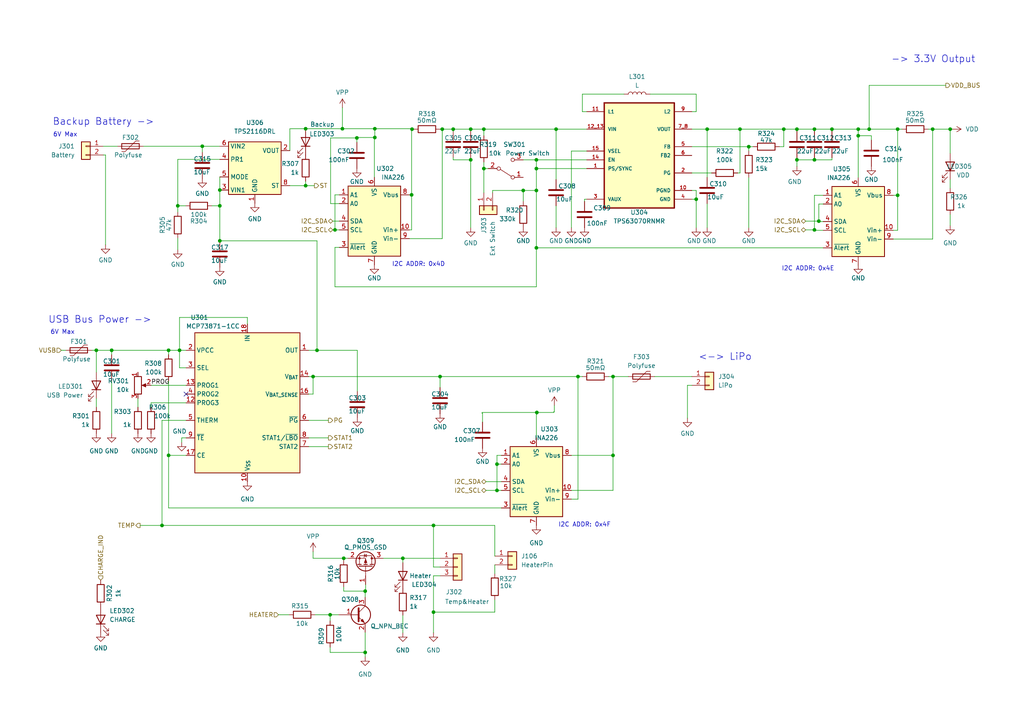
<source format=kicad_sch>
(kicad_sch (version 20231120) (generator "eeschema") (generator_version "8.0")
  (paper "A4")
  (lib_symbols
    (symbol "Battery_Management:MCP73871-1CC"
      (property "Reference" "U" (at -7.62 24.13 0))
      (property "Value" "MCP73871-1CC" (at -15.24 21.59 0))
      (symbol "MCP73871-1CC_1_1"
        (pin power_out line (at 17.78 15.24 180) (length 2.54) (name "OUT") (number "1"))
        (pin power_in line (at 0 -22.86 90) (length 2.54) (name "V_{SS}") (number "10"))
        (pin passive line (at 0 -22.86 90) (length 2.54) hide (name "V_{SS}") (number "11"))
        (pin bidirectional line (at -17.78 0 0) (length 2.54) (name "PROG3") (number "12"))
        (pin bidirectional line (at -17.78 5.08 0) (length 2.54) (name "PROG1") (number "13"))
        (pin power_out line (at 17.78 7.62 180) (length 2.54) (name "V_{BAT}") (number "14"))
        (pin passive line (at 17.78 7.62 180) (length 2.54) hide (name "V_{BAT}") (number "15"))
        (pin input line (at 17.78 2.54 180) (length 2.54) (name "V_{BAT_SENSE}") (number "16"))
        (pin input line (at -17.78 -15.24 0) (length 2.54) (name "CE") (number "17"))
        (pin power_in line (at 0 22.86 270) (length 2.54) (name "IN") (number "18"))
        (pin passive line (at 0 22.86 270) (length 2.54) hide (name "IN") (number "19"))
        (pin input line (at -17.78 15.24 0) (length 2.54) (name "VPCC") (number "2"))
        (pin passive line (at 17.78 15.24 180) (length 2.54) hide (name "OUT") (number "20"))
        (pin passive line (at 0 -22.86 90) (length 2.54) hide (name "V_{SS}") (number "21"))
        (pin input line (at -17.78 10.16 0) (length 2.54) (name "SEL") (number "3"))
        (pin input line (at -17.78 2.54 0) (length 2.54) (name "PROG2") (number "4"))
        (pin bidirectional line (at -17.78 -5.08 0) (length 2.54) (name "THERM") (number "5"))
        (pin open_collector line (at 17.78 -5.08 180) (length 2.54) (name "~{PG}") (number "6"))
        (pin open_collector line (at 17.78 -12.7 180) (length 2.54) (name "STAT2") (number "7"))
        (pin open_collector line (at 17.78 -10.16 180) (length 2.54) (name "STAT1/~{LBO}") (number "8"))
        (pin input line (at -17.78 -10.16 0) (length 2.54) (name "~{TE}") (number "9"))
      )
    )
    (symbol "Connector_Generic:Conn_01x02" (pin_names (offset 1.016) hide)
      (property "Reference" "J" (at 0 2.54 0))
      (property "Value" "Conn_01x02" (at 0 -5.08 0))
      (symbol "Conn_01x02_1_1"
        (pin passive line (at -5.08 0 0) (length 3.81) (name "Pin_1") (number "1"))
        (pin passive line (at -5.08 -2.54 0) (length 3.81) (name "Pin_2") (number "2"))
      )
    )
    (symbol "Connector_Generic:Conn_01x03" (pin_names (offset 1.016) hide)
      (property "Reference" "J" (at 0 5.08 0))
      (property "Value" "Conn_01x03" (at 0 -5.08 0))
      (symbol "Conn_01x03_1_1"
        (pin passive line (at -5.08 2.54 0) (length 3.81) (name "Pin_1") (number "1"))
        (pin passive line (at -5.08 0 0) (length 3.81) (name "Pin_2") (number "2"))
        (pin passive line (at -5.08 -2.54 0) (length 3.81) (name "Pin_3") (number "3"))
      )
    )
    (symbol "Device:C" (pin_numbers hide) (pin_names (offset 0.254))
      (property "Reference" "C" (at 0.635 2.54 0))
      (property "Value" "C" (at 0.635 -2.54 0))
      (symbol "C_1_1"
        (pin passive line (at 0 3.81 270) (length 2.794) (name "~") (number "1"))
        (pin passive line (at 0 -3.81 90) (length 2.794) (name "~") (number "2"))
      )
    )
    (symbol "Device:L" (pin_numbers hide) (pin_names (offset 1.016) hide)
      (property "Reference" "L" (at -1.27 0 90))
      (property "Value" "L" (at 1.905 0 90))
      (symbol "L_1_1"
        (pin passive line (at 0 3.81 270) (length 1.27) (name "1") (number "1"))
        (pin passive line (at 0 -3.81 90) (length 1.27) (name "2") (number "2"))
      )
    )
    (symbol "Device:LED" (pin_numbers hide) (pin_names (offset 1.016) hide)
      (property "Reference" "D" (at 0 2.54 0))
      (property "Value" "LED" (at 0 -2.54 0))
      (symbol "LED_1_1"
        (pin passive line (at -3.81 0 0) (length 2.54) (name "K") (number "1"))
        (pin passive line (at 3.81 0 180) (length 2.54) (name "A") (number "2"))
      )
    )
    (symbol "Device:Polyfuse" (pin_numbers hide) (pin_names (offset 0))
      (property "Reference" "F" (at -2.54 0 90))
      (property "Value" "Polyfuse" (at 2.54 0 90))
      (symbol "Polyfuse_1_1"
        (pin passive line (at 0 3.81 270) (length 1.27) (name "~") (number "1"))
        (pin passive line (at 0 -3.81 90) (length 1.27) (name "~") (number "2"))
      )
    )
    (symbol "Device:Q_NPN_BEC" (pin_names (offset 0) hide)
      (property "Reference" "Q" (at 5.08 1.27 0))
      (property "Value" "Q_NPN_BEC" (at 5.08 -1.27 0))
      (symbol "Q_NPN_BEC_1_1"
        (pin input line (at -5.08 0 0) (length 5.715) (name "B") (number "1"))
        (pin passive line (at 2.54 -5.08 90) (length 2.54) (name "E") (number "2"))
        (pin passive line (at 2.54 5.08 270) (length 2.54) (name "C") (number "3"))
      )
    )
    (symbol "Device:Q_PMOS_GSD" (pin_names (offset 0) hide)
      (property "Reference" "Q" (at 5.08 1.27 0))
      (property "Value" "Q_PMOS_GSD" (at 5.08 -1.27 0))
      (symbol "Q_PMOS_GSD_1_1"
        (pin input line (at -5.08 0 0) (length 2.54) (name "G") (number "1"))
        (pin passive line (at 2.54 -5.08 90) (length 2.54) (name "S") (number "2"))
        (pin passive line (at 2.54 5.08 270) (length 2.54) (name "D") (number "3"))
      )
    )
    (symbol "Device:R" (pin_numbers hide) (pin_names (offset 0))
      (property "Reference" "R" (at 2.032 0 90))
      (property "Value" "R" (at 0 0 90))
      (symbol "R_1_1"
        (pin passive line (at 0 3.81 270) (length 1.27) (name "~") (number "1"))
        (pin passive line (at 0 -3.81 90) (length 1.27) (name "~") (number "2"))
      )
    )
    (symbol "Device:R_Potentiometer" (pin_names (offset 1.016) hide)
      (property "Reference" "RV" (at -4.445 0 90))
      (property "Value" "R_Potentiometer" (at -2.54 0 90))
      (symbol "R_Potentiometer_1_1"
        (pin passive line (at 0 3.81 270) (length 1.27) (name "1") (number "1"))
        (pin passive line (at 3.81 0 180) (length 1.27) (name "2") (number "2"))
        (pin passive line (at 0 -3.81 90) (length 1.27) (name "3") (number "3"))
      )
    )
    (symbol "GND_1" (power) (pin_numbers hide) (pin_names (offset 0) hide)
      (property "Value" "GND" (at 0 -3.81 0))
      (symbol "GND_1_1_1"
        (pin power_in line (at 0 0 270) (length 0) (name "~") (number "1"))
      )
    )
    (symbol "GND_2" (power) (pin_numbers hide) (pin_names (offset 0) hide)
      (property "Value" "GND" (at 0 -3.81 0))
      (symbol "GND_2_1_1"
        (pin power_in line (at 0 0 270) (length 0) (name "~") (number "1"))
      )
    )
    (symbol "Power_Management:TPS2116DRL"
      (property "Reference" "U306" (at 0 13.208 0))
      (property "Value" "TPS2116DRL" (at 0 10.668 0))
      (symbol "TPS2116DRL_1_0"
        (pin power_out line (at 10.16 5.08 180) (length 2.54) hide (name "VOUT") (number "7"))
      )
      (symbol "TPS2116DRL_1_1"
        (pin power_in line (at 0 -10.16 90) (length 2.54) (name "GND") (number "1"))
        (pin power_out line (at 10.16 5.08 180) (length 2.54) (name "VOUT") (number "2"))
        (pin power_in line (at -10.16 -6.35 0) (length 2.54) (name "VIN1") (number "3"))
        (pin input line (at -10.16 2.54 0) (length 2.54) (name "PR1") (number "4"))
        (pin input line (at -10.16 -2.54 0) (length 2.54) (name "MODE") (number "5"))
        (pin power_in line (at -10.16 6.35 0) (length 2.54) (name "VIN2") (number "6"))
        (pin open_collector line (at 10.16 -5.08 180) (length 2.54) (name "ST") (number "8"))
      )
    )
    (symbol "Sensor_Energy:INA226"
      (property "Reference" "U" (at -6.35 11.43 0))
      (property "Value" "INA226" (at 3.81 11.43 0))
      (symbol "INA226_1_1"
        (pin input line (at 10.16 7.62 180) (length 2.54) (name "A1") (number "1"))
        (pin input line (at -10.16 -2.54 0) (length 2.54) (name "Vin+") (number "10"))
        (pin input line (at 10.16 5.08 180) (length 2.54) (name "A0") (number "2"))
        (pin open_collector line (at 10.16 -7.62 180) (length 2.54) (name "~{Alert}") (number "3"))
        (pin bidirectional line (at 10.16 0 180) (length 2.54) (name "SDA") (number "4"))
        (pin input line (at 10.16 -2.54 180) (length 2.54) (name "SCL") (number "5"))
        (pin power_in line (at 0 12.7 270) (length 2.54) (name "VS") (number "6"))
        (pin power_in line (at 0 -12.7 90) (length 2.54) (name "GND") (number "7"))
        (pin input line (at -10.16 7.62 0) (length 2.54) (name "Vbus") (number "8"))
        (pin input line (at -10.16 -5.08 0) (length 2.54) (name "Vin-") (number "9"))
      )
    )
    (symbol "Switch:SW_SPDT" (pin_names (offset 0) hide)
      (property "Reference" "SW" (at 0 4.318 0))
      (property "Value" "SW_SPDT" (at 0 -5.08 0))
      (symbol "SW_SPDT_1_1"
        (pin passive line (at 5.08 2.54 180) (length 2.54) (name "A") (number "1"))
        (pin passive line (at -5.08 0 0) (length 2.54) (name "B") (number "2"))
        (pin passive line (at 5.08 -2.54 180) (length 2.54) (name "C") (number "3"))
      )
    )
    (symbol "WOBCLibrary:TPS63070RNMR" (pin_names (offset 1.016))
      (property "Reference" "U" (at -12.7 29.21 0))
      (property "Value" "TPS63070RNMR" (at -12.7 -19.24 0))
      (symbol "TPS63070RNMR_0_0"
        (pin input line (at -15.24 -3.81 0) (length 5.08) (name "PS/SYNC") (number "1"))
        (pin power_in line (at 15.24 -10.16 180) (length 5.08) (name "PGND") (number "10"))
        (pin bidirectional line (at -15.24 12.7 0) (length 5.08) (name "L1") (number "11"))
        (pin input line (at -15.24 7.62 0) (length 5.08) (name "VIN") (number "12_13"))
        (pin input line (at -15.24 -1.27 0) (length 5.08) (name "EN") (number "14"))
        (pin input line (at -15.24 1.27 0) (length 5.08) (name "VSEL") (number "15"))
        (pin output line (at 15.24 -5.08 180) (length 5.08) (name "PG") (number "2"))
        (pin output line (at -15.24 -12.7 0) (length 5.08) (name "VAUX") (number "3"))
        (pin power_in line (at 15.24 -12.7 180) (length 5.08) (name "GND") (number "4"))
        (pin input line (at 15.24 2.54 180) (length 5.08) (name "FB") (number "5"))
        (pin output line (at 15.24 0 180) (length 5.08) (name "FB2") (number "6"))
        (pin output line (at 15.24 7.62 180) (length 5.08) (name "VOUT") (number "7_8"))
        (pin bidirectional line (at 15.24 12.7 180) (length 5.08) (name "L2") (number "9"))
      )
    )
    (symbol "power:GND" (power) (pin_names (offset 0))
      (property "Value" "GND" (at 0 -3.81 0))
      (symbol "GND_1_1"
        (pin power_in line (at 0 0 270) (length 0) hide (name "GND") (number "1"))
      )
    )
    (symbol "power:VDD" (power) (pin_names (offset 0))
      (property "Value" "VDD" (at 0 3.81 0))
      (symbol "VDD_1_1"
        (pin power_in line (at 0 0 90) (length 0) hide (name "VDD") (number "1"))
      )
    )
    (symbol "power:VPP" (power) (pin_names (offset 0))
      (property "Value" "VPP" (at 0 3.81 0))
      (symbol "VPP_1_1"
        (pin power_in line (at 0 0 90) (length 0) hide (name "VPP") (number "1"))
      )
    )
  )
  (junction (at 108.712 37.338))
  (junction (at 260.35 56.642))
  (junction (at 214.63 37.465))
  (junction (at 63.754 69.85))
  (junction (at 105.918 189.23))
  (junction (at 119.507 37.465))
  (junction (at 248.92 37.465))
  (junction (at 231.14 46.355))
  (junction (at 125.73 177.546))
  (junction (at 125.73 152.4))
  (junction (at 155.575 48.895))
  (junction (at 237.49 64.135))
  (junction (at 227.33 37.465))
  (junction (at 88.646 37.338))
  (junction (at 201.93 57.785))
  (junction (at 217.17 42.545))
  (junction (at 131.445 37.465))
  (junction (at 119.38 56.515))
  (junction (at 236.22 46.355))
  (junction (at 128.27 37.465))
  (junction (at 32.385 101.6))
  (junction (at 236.22 66.675))
  (junction (at 27.94 101.6))
  (junction (at 88.646 53.848))
  (junction (at 161.29 37.465))
  (junction (at 252.095 37.465))
  (junction (at 151.765 55.245))
  (junction (at 144.145 142.24))
  (junction (at 108.712 39.878))
  (junction (at 90.805 109.22))
  (junction (at 99.695 161.925))
  (junction (at 231.14 37.465))
  (junction (at 167.64 109.22))
  (junction (at 51.562 59.69))
  (junction (at 91.948 101.6))
  (junction (at 236.22 37.465))
  (junction (at 127.635 109.22))
  (junction (at 155.575 71.882))
  (junction (at 260.35 37.465))
  (junction (at 97.155 66.675))
  (junction (at 155.702 119.634))
  (junction (at 140.335 37.465))
  (junction (at 95.758 178.308))
  (junction (at 140.335 48.895))
  (junction (at 144.145 134.62))
  (junction (at 270.51 37.465))
  (junction (at 103.505 40.005))
  (junction (at 105.918 171.45))
  (junction (at 116.84 161.925))
  (junction (at 52.07 101.6))
  (junction (at 48.895 132.08))
  (junction (at 177.8 132.08))
  (junction (at 46.99 152.4))
  (junction (at 275.59 37.465))
  (junction (at 63.754 55.118))
  (junction (at 241.3 37.465))
  (junction (at 136.525 37.465))
  (junction (at 205.105 37.465))
  (junction (at 155.575 46.355))
  (junction (at 136.525 46.355))
  (junction (at 63.754 59.69))
  (junction (at 155.575 55.245))
  (junction (at 99.314 37.338))
  (junction (at 48.895 101.6))
  (junction (at 248.92 39.37))
  (junction (at 58.674 42.418))
  (junction (at 177.8 109.22))
  (no_connect (at 53.975 114.3))
  (wire (pts (xy 142.875 55.245) (xy 151.765 55.245)))
  (wire (pts (xy 199.39 111.76) (xy 200.66 111.76)))
  (wire (pts (xy 217.17 42.545) (xy 218.44 42.545)))
  (wire (pts (xy 98.425 71.755) (xy 97.155 71.755)))
  (wire (pts (xy 51.562 59.69) (xy 51.562 61.468)))
  (wire (pts (xy 259.08 56.642) (xy 260.35 56.642)))
  (wire (pts (xy 89.535 127) (xy 95.25 127)))
  (wire (pts (xy 88.646 53.848) (xy 84.074 53.848)))
  (wire (pts (xy 270.51 37.465) (xy 275.59 37.465)))
  (wire (pts (xy 199.39 121.285) (xy 199.39 111.76)))
  (wire (pts (xy 161.29 37.465) (xy 170.18 37.465)))
  (wire (pts (xy 95.758 178.308) (xy 98.298 178.308)))
  (wire (pts (xy 236.22 45.72) (xy 236.22 46.355)))
  (wire (pts (xy 236.22 37.465) (xy 241.3 37.465)))
  (wire (pts (xy 144.145 134.62) (xy 144.145 132.08)))
  (wire (pts (xy 189.865 109.22) (xy 200.66 109.22)))
  (wire (pts (xy 217.17 43.815) (xy 217.17 42.545)))
  (wire (pts (xy 206.375 50.165) (xy 200.66 50.165)))
  (wire (pts (xy 168.91 32.385) (xy 170.18 32.385)))
  (wire (pts (xy 140.335 37.465) (xy 161.29 37.465)))
  (wire (pts (xy 105.918 171.45) (xy 106.045 171.45)))
  (wire (pts (xy 248.92 39.37) (xy 248.92 51.562)))
  (wire (pts (xy 201.93 27.305) (xy 201.93 32.385)))
  (wire (pts (xy 105.918 190.5) (xy 105.918 189.23)))
  (wire (pts (xy 95.885 59.055) (xy 95.885 40.005)))
  (wire (pts (xy 43.815 118.11) (xy 43.815 116.84)))
  (wire (pts (xy 155.575 48.895) (xy 155.575 55.245)))
  (wire (pts (xy 84.074 37.338) (xy 88.646 37.338)))
  (wire (pts (xy 160.655 119.38) (xy 160.655 119.634)))
  (wire (pts (xy 17.78 101.6) (xy 19.05 101.6)))
  (wire (pts (xy 48.895 132.08) (xy 48.895 147.32)))
  (wire (pts (xy 155.702 119.634) (xy 155.702 120.142)))
  (wire (pts (xy 29.972 44.958) (xy 30.607 44.958)))
  (wire (pts (xy 176.53 109.22) (xy 177.8 109.22)))
  (wire (pts (xy 252.73 39.37) (xy 248.92 39.37)))
  (wire (pts (xy 98.425 56.515) (xy 97.155 56.515)))
  (wire (pts (xy 136.525 45.72) (xy 136.525 46.355)))
  (wire (pts (xy 201.93 57.785) (xy 200.66 57.785)))
  (wire (pts (xy 236.22 46.355) (xy 231.14 46.355)))
  (wire (pts (xy 58.674 42.418) (xy 63.754 42.418)))
  (wire (pts (xy 143.51 152.4) (xy 143.51 161.29)))
  (wire (pts (xy 48.895 101.6) (xy 48.895 102.87)))
  (wire (pts (xy 108.712 37.338) (xy 119.507 37.338)))
  (wire (pts (xy 139.827 119.888) (xy 139.827 119.634)))
  (wire (pts (xy 131.445 45.72) (xy 131.445 46.355)))
  (wire (pts (xy 105.918 189.23) (xy 105.918 183.388)))
  (wire (pts (xy 248.92 76.962) (xy 248.92 76.835)))
  (wire (pts (xy 252.095 37.465) (xy 260.35 37.465)))
  (wire (pts (xy 41.656 42.418) (xy 58.674 42.418)))
  (wire (pts (xy 260.35 37.465) (xy 261.62 37.465)))
  (wire (pts (xy 95.758 180.086) (xy 95.758 178.308)))
  (wire (pts (xy 236.22 66.802) (xy 238.76 66.802)))
  (wire (pts (xy 142.875 55.88) (xy 142.875 55.245)))
  (wire (pts (xy 143.51 163.83) (xy 143.51 166.37)))
  (wire (pts (xy 160.782 119.38) (xy 160.782 117.602)))
  (wire (pts (xy 99.314 31.242) (xy 99.314 37.338)))
  (wire (pts (xy 260.35 37.465) (xy 260.35 56.642)))
  (wire (pts (xy 155.575 71.882) (xy 238.76 71.882)))
  (wire (pts (xy 90.805 114.3) (xy 90.805 109.22)))
  (wire (pts (xy 88.646 53.848) (xy 88.646 52.578)))
  (wire (pts (xy 177.8 132.08) (xy 177.8 109.22)))
  (wire (pts (xy 53.975 121.92) (xy 46.99 121.92)))
  (wire (pts (xy 63.754 46.228) (xy 51.562 46.228)))
  (wire (pts (xy 32.385 110.49) (xy 32.385 125.73)))
  (wire (pts (xy 98.425 59.055) (xy 95.885 59.055)))
  (wire (pts (xy 63.754 69.85) (xy 63.754 59.69)))
  (wire (pts (xy 241.3 46.355) (xy 236.22 46.355)))
  (wire (pts (xy 99.314 37.338) (xy 108.712 37.338)))
  (wire (pts (xy 139.827 119.888) (xy 139.954 119.888)))
  (wire (pts (xy 217.17 51.435) (xy 217.17 66.04)))
  (wire (pts (xy 275.59 65.405) (xy 275.59 62.23)))
  (wire (pts (xy 140.97 139.7) (xy 145.415 139.7)))
  (wire (pts (xy 131.445 37.465) (xy 131.445 38.1)))
  (wire (pts (xy 97.155 71.755) (xy 97.155 83.185)))
  (wire (pts (xy 108.712 37.338) (xy 108.712 39.878)))
  (wire (pts (xy 80.772 178.308) (xy 83.82 178.308)))
  (wire (pts (xy 136.525 37.465) (xy 140.335 37.465)))
  (wire (pts (xy 63.754 51.308) (xy 63.754 55.118)))
  (wire (pts (xy 200.66 37.465) (xy 205.105 37.465)))
  (wire (pts (xy 106.045 171.45) (xy 106.045 169.545)))
  (wire (pts (xy 90.805 109.22) (xy 127.635 109.22)))
  (wire (pts (xy 165.735 144.78) (xy 167.64 144.78)))
  (wire (pts (xy 97.155 56.515) (xy 97.155 66.675)))
  (wire (pts (xy 140.335 37.465) (xy 140.335 39.37)))
  (wire (pts (xy 127.635 109.22) (xy 127.635 112.395)))
  (wire (pts (xy 205.105 66.04) (xy 205.105 59.055)))
  (wire (pts (xy 252.73 40.64) (xy 252.73 39.37)))
  (wire (pts (xy 236.22 56.642) (xy 236.22 66.675)))
  (wire (pts (xy 233.68 66.675) (xy 236.22 66.675)))
  (wire (pts (xy 227.33 37.465) (xy 231.14 37.465)))
  (wire (pts (xy 51.562 46.228) (xy 51.562 59.69)))
  (wire (pts (xy 136.525 46.355) (xy 136.525 66.04)))
  (wire (pts (xy 127.635 37.465) (xy 128.27 37.465)))
  (wire (pts (xy 27.94 118.11) (xy 27.94 115.57)))
  (wire (pts (xy 51.562 69.088) (xy 51.562 72.39)))
  (wire (pts (xy 236.22 66.802) (xy 236.22 66.675)))
  (wire (pts (xy 169.545 58.42) (xy 169.545 57.785)))
  (wire (pts (xy 58.674 42.418) (xy 58.674 44.196)))
  (wire (pts (xy 91.44 178.308) (xy 95.758 178.308)))
  (wire (pts (xy 108.712 40.259) (xy 108.585 40.259)))
  (wire (pts (xy 167.64 109.22) (xy 168.91 109.22)))
  (wire (pts (xy 116.84 161.925) (xy 127.635 161.925)))
  (wire (pts (xy 108.585 40.259) (xy 108.585 51.435)))
  (wire (pts (xy 103.505 41.275) (xy 103.505 40.005)))
  (wire (pts (xy 144.145 134.62) (xy 144.145 142.24)))
  (wire (pts (xy 131.445 37.465) (xy 136.525 37.465)))
  (wire (pts (xy 140.97 142.24) (xy 144.145 142.24)))
  (wire (pts (xy 88.646 37.338) (xy 99.314 37.338)))
  (wire (pts (xy 26.67 101.6) (xy 27.94 101.6)))
  (wire (pts (xy 241.3 37.465) (xy 241.3 38.1)))
  (wire (pts (xy 248.92 37.465) (xy 248.92 39.37)))
  (wire (pts (xy 168.91 27.305) (xy 168.91 32.385)))
  (wire (pts (xy 145.415 134.62) (xy 144.145 134.62)))
  (wire (pts (xy 140.335 48.895) (xy 140.335 55.88)))
  (wire (pts (xy 275.59 37.465) (xy 276.225 37.465)))
  (wire (pts (xy 91.948 101.6) (xy 103.632 101.6)))
  (wire (pts (xy 155.575 46.355) (xy 170.18 46.355)))
  (wire (pts (xy 99.695 170.18) (xy 99.695 171.45)))
  (wire (pts (xy 201.93 32.385) (xy 200.66 32.385)))
  (wire (pts (xy 96.52 64.135) (xy 98.425 64.135)))
  (wire (pts (xy 241.3 45.72) (xy 241.3 46.355)))
  (wire (pts (xy 248.92 37.465) (xy 252.095 37.465)))
  (wire (pts (xy 167.64 109.22) (xy 167.64 144.78)))
  (wire (pts (xy 136.525 37.465) (xy 136.525 38.1)))
  (wire (pts (xy 71.755 92.075) (xy 71.755 93.98)))
  (wire (pts (xy 51.562 59.69) (xy 53.848 59.69)))
  (wire (pts (xy 274.32 24.765) (xy 252.095 24.765)))
  (wire (pts (xy 46.99 152.4) (xy 125.73 152.4)))
  (wire (pts (xy 52.07 101.6) (xy 53.975 101.6)))
  (wire (pts (xy 32.385 101.6) (xy 32.385 102.87)))
  (wire (pts (xy 214.63 37.465) (xy 227.33 37.465)))
  (wire (pts (xy 84.074 43.688) (xy 84.074 37.338)))
  (wire (pts (xy 170.18 43.815) (xy 165.735 43.815)))
  (wire (pts (xy 116.84 183.515) (xy 116.84 178.435)))
  (wire (pts (xy 52.07 106.68) (xy 52.07 101.6)))
  (wire (pts (xy 259.08 66.802) (xy 260.35 66.802)))
  (wire (pts (xy 165.735 132.08) (xy 177.8 132.08)))
  (wire (pts (xy 52.705 128.27) (xy 52.705 127)))
  (wire (pts (xy 95.25 129.54) (xy 89.535 129.54)))
  (wire (pts (xy 231.14 46.355) (xy 231.14 45.72)))
  (wire (pts (xy 237.49 59.182) (xy 237.49 64.135)))
  (wire (pts (xy 155.575 120.142) (xy 155.575 127)))
  (wire (pts (xy 108.712 39.878) (xy 108.712 40.259)))
  (wire (pts (xy 127.635 164.465) (xy 125.73 164.465)))
  (wire (pts (xy 177.8 109.22) (xy 182.245 109.22)))
  (wire (pts (xy 103.505 39.878) (xy 103.505 40.005)))
  (wire (pts (xy 260.35 66.802) (xy 260.35 56.642)))
  (wire (pts (xy 91.186 53.848) (xy 88.646 53.848)))
  (wire (pts (xy 95.885 40.005) (xy 103.505 40.005)))
  (wire (pts (xy 95.758 189.23) (xy 105.918 189.23)))
  (wire (pts (xy 118.745 56.515) (xy 119.38 56.515)))
  (wire (pts (xy 140.335 46.99) (xy 140.335 48.895)))
  (wire (pts (xy 213.995 50.165) (xy 214.63 50.165)))
  (wire (pts (xy 201.93 57.785) (xy 201.93 66.04)))
  (wire (pts (xy 90.805 160.02) (xy 90.805 161.925)))
  (wire (pts (xy 200.66 42.545) (xy 217.17 42.545)))
  (wire (pts (xy 119.38 37.465) (xy 119.38 56.515)))
  (wire (pts (xy 125.73 167.005) (xy 127.635 167.005)))
  (wire (pts (xy 226.06 42.545) (xy 227.33 42.545)))
  (wire (pts (xy 139.827 119.634) (xy 155.702 119.634)))
  (wire (pts (xy 151.765 46.355) (xy 155.575 46.355)))
  (wire (pts (xy 160.655 119.38) (xy 160.782 119.38)))
  (wire (pts (xy 125.73 177.546) (xy 143.51 177.546)))
  (wire (pts (xy 128.27 37.465) (xy 131.445 37.465)))
  (wire (pts (xy 237.49 64.262) (xy 238.76 64.262)))
  (wire (pts (xy 238.76 59.182) (xy 237.49 59.182)))
  (wire (pts (xy 105.918 171.45) (xy 105.918 173.228)))
  (wire (pts (xy 89.535 114.3) (xy 90.805 114.3)))
  (wire (pts (xy 170.18 48.895) (xy 155.575 48.895)))
  (wire (pts (xy 91.948 69.85) (xy 91.948 101.6)))
  (wire (pts (xy 53.975 106.68) (xy 52.07 106.68)))
  (wire (pts (xy 205.105 37.465) (xy 214.63 37.465)))
  (wire (pts (xy 63.754 59.69) (xy 63.754 55.118)))
  (wire (pts (xy 30.607 44.958) (xy 30.607 70.993)))
  (wire (pts (xy 144.145 142.24) (xy 145.415 142.24)))
  (wire (pts (xy 95.758 187.706) (xy 95.758 189.23)))
  (wire (pts (xy 237.49 64.262) (xy 237.49 64.135)))
  (wire (pts (xy 99.695 161.925) (xy 100.965 161.925)))
  (wire (pts (xy 205.105 37.465) (xy 205.105 51.435)))
  (wire (pts (xy 201.93 55.245) (xy 201.93 57.785)))
  (wire (pts (xy 161.29 52.07) (xy 161.29 37.465)))
  (wire (pts (xy 155.575 55.245) (xy 155.575 71.882)))
  (wire (pts (xy 99.695 171.45) (xy 105.918 171.45)))
  (wire (pts (xy 97.155 83.185) (xy 155.575 83.185)))
  (wire (pts (xy 90.805 161.925) (xy 99.695 161.925)))
  (wire (pts (xy 155.575 46.355) (xy 155.575 48.895)))
  (wire (pts (xy 103.632 101.6) (xy 103.632 113.538)))
  (wire (pts (xy 227.33 42.545) (xy 227.33 37.465)))
  (wire (pts (xy 214.63 50.165) (xy 214.63 37.465)))
  (wire (pts (xy 46.99 121.92) (xy 46.99 152.4)))
  (wire (pts (xy 61.468 59.69) (xy 63.754 59.69)))
  (wire (pts (xy 118.745 69.215) (xy 128.27 69.215)))
  (wire (pts (xy 161.29 59.69) (xy 161.29 66.04)))
  (wire (pts (xy 269.24 37.465) (xy 270.51 37.465)))
  (wire (pts (xy 155.575 83.185) (xy 155.575 71.882)))
  (wire (pts (xy 236.22 56.642) (xy 238.76 56.642)))
  (wire (pts (xy 144.145 132.08) (xy 145.415 132.08)))
  (wire (pts (xy 125.73 164.465) (xy 125.73 152.4)))
  (wire (pts (xy 165.735 43.815) (xy 165.735 66.04)))
  (wire (pts (xy 118.745 66.675) (xy 119.38 66.675)))
  (wire (pts (xy 270.51 69.342) (xy 270.51 37.465)))
  (wire (pts (xy 165.735 142.24) (xy 177.8 142.24)))
  (wire (pts (xy 43.815 111.76) (xy 53.975 111.76)))
  (wire (pts (xy 52.07 92.075) (xy 52.07 101.6)))
  (wire (pts (xy 259.08 69.342) (xy 270.51 69.342)))
  (wire (pts (xy 43.815 116.84) (xy 53.975 116.84)))
  (wire (pts (xy 169.545 57.785) (xy 170.18 57.785)))
  (wire (pts (xy 151.765 55.245) (xy 151.765 58.42)))
  (wire (pts (xy 200.66 55.245) (xy 201.93 55.245)))
  (wire (pts (xy 131.445 46.355) (xy 136.525 46.355)))
  (wire (pts (xy 143.51 177.546) (xy 143.51 173.99)))
  (wire (pts (xy 89.535 121.92) (xy 95.25 121.92)))
  (wire (pts (xy 127.635 109.22) (xy 167.64 109.22)))
  (wire (pts (xy 119.507 37.338) (xy 119.507 37.465)))
  (wire (pts (xy 241.3 37.465) (xy 248.92 37.465)))
  (wire (pts (xy 103.505 39.878) (xy 108.712 39.878)))
  (wire (pts (xy 29.972 42.418) (xy 34.036 42.418)))
  (wire (pts (xy 32.385 101.6) (xy 48.895 101.6)))
  (wire (pts (xy 111.125 161.925) (xy 116.84 161.925)))
  (wire (pts (xy 48.895 110.49) (xy 48.895 132.08)))
  (wire (pts (xy 233.68 64.135) (xy 237.49 64.135)))
  (wire (pts (xy 40.64 152.4) (xy 46.99 152.4)))
  (wire (pts (xy 160.655 119.634) (xy 155.702 119.634)))
  (wire (pts (xy 99.695 161.925) (xy 99.695 162.56)))
  (wire (pts (xy 71.755 92.075) (xy 52.07 92.075)))
  (wire (pts (xy 89.535 101.6) (xy 91.948 101.6)))
  (wire (pts (xy 151.765 55.245) (xy 155.575 55.245)))
  (wire (pts (xy 96.52 66.675) (xy 97.155 66.675)))
  (wire (pts (xy 116.84 163.195) (xy 116.84 161.925)))
  (wire (pts (xy 125.73 152.4) (xy 143.51 152.4)))
  (wire (pts (xy 231.14 37.465) (xy 231.14 38.1)))
  (wire (pts (xy 48.895 147.32) (xy 145.415 147.32)))
  (wire (pts (xy 27.94 101.6) (xy 32.385 101.6)))
  (wire (pts (xy 97.155 66.675) (xy 98.425 66.675)))
  (wire (pts (xy 139.954 119.888) (xy 139.954 122.428)))
  (wire (pts (xy 40.005 118.11) (xy 40.005 115.57)))
  (wire (pts (xy 275.59 54.61) (xy 275.59 52.07)))
  (wire (pts (xy 275.59 37.465) (xy 275.59 44.45)))
  (wire (pts (xy 180.975 27.305) (xy 168.91 27.305)))
  (wire (pts (xy 119.38 37.465) (xy 119.507 37.465)))
  (wire (pts (xy 125.73 177.546) (xy 125.73 167.005)))
  (wire (pts (xy 119.507 37.465) (xy 120.015 37.465)))
  (wire (pts (xy 252.095 24.765) (xy 252.095 37.465)))
  (wire (pts (xy 89.535 109.22) (xy 90.805 109.22)))
  (wire (pts (xy 125.73 183.515) (xy 125.73 177.546)))
  (wire (pts (xy 63.754 69.85) (xy 91.948 69.85)))
  (wire (pts (xy 128.27 69.215) (xy 128.27 37.465)))
  (wire (pts (xy 231.14 46.355) (xy 231.14 48.26)))
  (wire (pts (xy 27.94 101.6) (xy 27.94 107.95)))
  (wire (pts (xy 140.335 48.895) (xy 141.605 48.895)))
  (wire (pts (xy 236.22 37.465) (xy 236.22 38.1)))
  (wire (pts (xy 119.38 56.515) (xy 119.38 66.675)))
  (wire (pts (xy 155.702 120.142) (xy 155.575 120.142)))
  (wire (pts (xy 188.595 27.305) (xy 201.93 27.305)))
  (wire (pts (xy 53.975 132.08) (xy 48.895 132.08)))
  (wire (pts (xy 231.14 37.465) (xy 236.22 37.465)))
  (wire (pts (xy 177.8 142.24) (xy 177.8 132.08)))
  (wire (pts (xy 52.705 127) (xy 53.975 127)))
  (wire (pts (xy 48.895 101.6) (xy 52.07 101.6)))
  (text "6V Max" (at 14.605 97.155 0) (effects (font (size 1.27 1.27)) (justify left bottom)))
  (text "USB Bus Power ->" (at 13.97 93.98 0) (effects (font (size 2 2)) (justify left bottom)))
  (text "<-> LiPo" (at 202.565 104.775 0) (effects (font (size 2 2)) (justify left bottom)))
  (text "I2C ADDR: 0x4D" (at 113.665 77.47 0) (effects (font (size 1.27 1.27)) (justify left bottom)))
  (text "I2C ADDR: 0x4F" (at 161.925 153.035 0) (effects (font (size 1.27 1.27)) (justify left bottom)))
  (text "-> 3.3V Output" (at 258.445 18.415 0) (effects (font (size 2 2)) (justify left bottom)))
  (text "6V Max" (at 15.367 39.878 0) (effects (font (size 1.27 1.27)) (justify left bottom)))
  (text "I2C ADDR: 0x4E" (at 226.695 78.74 0) (effects (font (size 1.27 1.27)) (justify left bottom)))
  (text "Backup Battery ->" (at 15.24 36.576 0) (effects (font (size 2 2)) (justify left bottom)))
  (label "PROG" (at 43.815 111.76 0))
  (hierarchical_label "I2C_SCL" (shape bidirectional) (at 233.68 66.675 180))
  (hierarchical_label "HEATER" (shape input) (at 80.772 178.308 180))
  (hierarchical_label "TEMP" (shape output) (at 40.64 152.4 180))
  (hierarchical_label "STAT2" (shape output) (at 95.25 129.54 0))
  (hierarchical_label "I2C_SDA" (shape bidirectional) (at 140.97 139.7 180))
  (hierarchical_label "I2C_SCL" (shape bidirectional) (at 140.97 142.24 180))
  (hierarchical_label "VDD_BUS" (shape output) (at 274.32 24.765 0))
  (hierarchical_label "ST" (shape output) (at 91.186 53.848 0))
  (hierarchical_label "VUSB" (shape input) (at 17.78 101.6 180))
  (hierarchical_label "PG" (shape output) (at 95.25 121.92 0))
  (hierarchical_label "I2C_SDA" (shape bidirectional) (at 96.52 64.135 180))
  (hierarchical_label "I2C_SDA" (shape bidirectional) (at 233.68 64.135 180))
  (hierarchical_label "I2C_SCL" (shape bidirectional) (at 96.52 66.675 180))
  (hierarchical_label "CHARGE_IND" (shape input) (at 29.21 168.275 90))
  (hierarchical_label "STAT1" (shape output) (at 95.25 127 0))
  (symbol (lib_id "Device:C") (at 58.674 48.006 0) (unit 1)
    (property "Reference" "C315" (at 56.134 46.101 0) (effects (justify left)))
    (property "Value" "10uF" (at 56.134 49.911 0) (effects (justify left)))
    (property "Footprint" "Capacitor_SMD:C_0603_1608Metric" (effects (hide yes)))
    (property "LCSC" "C96446" (effects (hide yes)))
  )
  (symbol (lib_id "Device:R") (at 140.335 43.18 180) (unit 1)
    (property "Reference" "R319" (at 144.145 41.91 0) (effects (justify left)))
    (property "Value" "10k" (at 145.415 44.45 0) (effects (justify left)))
    (property "Footprint" "Resistor_SMD:R_0402_1005Metric" (effects (hide yes)))
    (property "LCSC" "C25744" (effects (hide yes)))
  )
  (symbol (lib_id "power:GND") (at 252.73 48.26 0) (unit 1)
    (property "Reference" "#PWR0337" (effects (hide yes)))
    (property "Value" "GND" (at 252.73 52.07 0))
  )
  (symbol (lib_id "Device:C") (at 241.3 41.91 0) (unit 1)
    (property "Reference" "C313" (at 241.935 40.005 0) (effects (justify left)))
    (property "Value" "22uF" (at 241.3 43.815 0) (effects (justify left)))
    (property "Footprint" "Capacitor_SMD:C_0805_2012Metric" (effects (hide yes)))
    (property "LCSC" "C45783" (effects (hide yes)))
  )
  (symbol (lib_id "power:GND") (at 103.632 121.158 0) (unit 1)
    (property "Reference" "#PWR0321" (effects (hide yes)))
    (property "Value" "GND" (at 103.632 124.968 0))
  )
  (symbol (lib_id "Sensor_Energy:INA226") (at 155.575 139.7 0) (mirror y) (unit 1)
    (property "Reference" "U303" (at 161.925 124.46 0) (effects (justify left)))
    (property "Value" "INA226" (at 161.925 127 0) (effects (justify left)))
    (property "Footprint" "Package_SO:VSSOP-10_3x3mm_P0.5mm" (effects (hide yes)))
    (property "Datasheet" "http://www.ti.com/lit/ds/symlink/ina226.pdf" (effects (hide yes)))
    (property "LCSC" "C49851" (effects (hide yes)))
  )
  (symbol (lib_id "Device:C") (at 32.385 106.68 0) (unit 1)
    (property "Reference" "C301" (at 29.845 104.775 0) (effects (justify left)))
    (property "Value" "10uF" (at 29.845 108.585 0) (effects (justify left)))
    (property "Footprint" "Capacitor_SMD:C_0603_1608Metric" (effects (hide yes)))
    (property "LCSC" "C96446" (effects (hide yes)))
  )
  (symbol (lib_id "power:GND") (at 40.005 125.73 0) (unit 1)
    (property "Reference" "#PWR0306" (effects (hide yes)))
    (property "Value" "GND" (at 40.005 130.81 0))
  )
  (symbol (lib_id "power:GND") (at 199.39 121.285 0) (unit 1)
    (property "Reference" "#PWR0331" (effects (hide yes)))
    (property "Value" "GND" (at 199.39 125.73 0))
  )
  (symbol (lib_id "Device:C") (at 136.525 41.91 0) (unit 1)
    (property "Reference" "C306" (at 134.62 40.005 0) (effects (justify left)))
    (property "Value" "22uF" (at 134.62 43.815 0) (effects (justify left)))
    (property "Footprint" "Capacitor_SMD:C_0805_2012Metric" (effects (hide yes)))
    (property "LCSC" "C45783" (effects (hide yes)))
  )
  (symbol (lib_id "Sensor_Energy:INA226") (at 108.585 64.135 0) (mirror y) (unit 1)
    (property "Reference" "U302" (at 114.3 48.895 0) (effects (justify left)))
    (property "Value" "INA226" (at 117.475 51.435 0) (effects (justify left)))
    (property "Footprint" "Package_SO:VSSOP-10_3x3mm_P0.5mm" (effects (hide yes)))
    (property "Datasheet" "http://www.ti.com/lit/ds/symlink/ina226.pdf" (effects (hide yes)))
    (property "LCSC" "C49851" (effects (hide yes)))
  )
  (symbol (lib_name "GND_1") (lib_id "power:GND") (at 63.754 77.47 0) (unit 1)
    (property "Reference" "#PWR0311" (effects (hide yes)))
    (property "Value" "GND" (at 63.754 81.788 0))
    (property "Description" "Power symbol creates a global label with name \"GND\" , ground" (effects (hide yes)))
  )
  (symbol (lib_id "Connector_Generic:Conn_01x02") (at 24.892 42.418 0) (mirror y) (unit 1)
    (property "Reference" "J301" (at 21.717 42.418 0) (effects (justify left)))
    (property "Value" "Battery" (at 21.717 44.958 0) (effects (justify left)))
    (property "Footprint" "Connector_JST:JST_XH_B2B-XH-A_1x02_P2.50mm_Vertical" (effects (hide yes)))
  )
  (symbol (lib_id "Device:R") (at 29.21 172.085 180) (unit 1)
    (property "Reference" "R302" (at 31.75 172.085 90))
    (property "Value" "1k" (at 34.29 172.085 90))
    (property "Footprint" "Resistor_SMD:R_0402_1005Metric" (effects (hide yes)))
    (property "LCSC" "C11702" (effects (hide yes)))
  )
  (symbol (lib_id "Device:C") (at 236.22 41.91 0) (unit 1)
    (property "Reference" "C312" (at 236.855 40.005 0) (effects (justify left)))
    (property "Value" "22uF" (at 236.22 43.815 0) (effects (justify left)))
    (property "Footprint" "Capacitor_SMD:C_0805_2012Metric" (effects (hide yes)))
    (property "LCSC" "C45783" (effects (hide yes)))
  )
  (symbol (lib_id "Device:LED") (at 116.84 167.005 270) (mirror x) (unit 1)
    (property "Reference" "LED304" (at 119.38 169.545 90) (effects (justify left)))
    (property "Value" "Heater" (at 118.745 167.005 90) (effects (justify left)))
    (property "Footprint" "LED_SMD:LED_0805_2012Metric" (effects (hide yes)))
    (property "LCSC" "C2296" (effects (hide yes)))
  )
  (symbol (lib_id "Device:R") (at 87.63 178.308 270) (unit 1)
    (property "Reference" "R315" (at 86.995 175.768 90))
    (property "Value" "10k" (at 87.63 180.848 90))
    (property "Footprint" "Resistor_SMD:R_0402_1005Metric" (effects (hide yes)))
    (property "LCSC" "C25744" (effects (hide yes)))
  )
  (symbol (lib_id "power:GND") (at 231.14 48.26 0) (unit 1)
    (property "Reference" "#PWR0335" (effects (hide yes)))
    (property "Value" "GND" (at 230.505 52.705 0))
  )
  (symbol (lib_id "power:GND") (at 43.815 125.73 0) (unit 1)
    (property "Reference" "#PWR0308" (effects (hide yes)))
    (property "Value" "GND" (at 43.815 130.81 0))
  )
  (symbol (lib_id "WOBCLibrary:TPS63070RNMR") (at 185.42 45.085 0) (unit 1)
    (property "Reference" "U304" (at 185.42 61.595 0))
    (property "Value" "TPS63070RNMR" (at 185.42 64.135 0))
    (property "Footprint" "WOBClibrary:VREG_TPS63070RNMR" (effects (hide yes)))
    (property "Description" "Wide input voltage (2V-16V) buck-boost converter" (effects (hide yes)))
    (property "MF" "Texas Instruments" (effects (hide yes)))
    (property "Package" "VQFN-HR-15 Texas Instruments" (effects (hide yes)))
    (property "Price" "None" (effects (hide yes)))
    (property "SnapEDA_Link" "https://www.snapeda.com/parts/TPS63070RNMR/Texas+Instruments/view-part/?ref=snap" (effects (hide yes)))
    (property "MP" "TPS63070RNMR" (effects (hide yes)))
    (property "Purchase-URL" "https://www.snapeda.com/api/url_track_click_mouser/?unipart_id=583017&manufacturer=Texas Instruments&part_name=TPS63070RNMR&search_term=None" (effects (hide yes)))
    (property "Availability" "In Stock" (effects (hide yes)))
    (property "Check_prices" "https://www.snapeda.com/parts/TPS63070RNMR/Texas+Instruments/view-part/?ref=eda" (effects (hide yes)))
    (property "LCSC" "C109322" (effects (hide yes)))
  )
  (symbol (lib_id "power:GND") (at 217.17 66.04 0) (unit 1)
    (property "Reference" "#PWR0334" (effects (hide yes)))
    (property "Value" "GND" (at 217.17 69.85 0))
  )
  (symbol (lib_id "Switch:SW_SPDT") (at 146.685 48.895 0) (mirror x) (unit 1)
    (property "Reference" "SW301" (at 149.225 41.91 0))
    (property "Value" "Power Switch" (at 153.035 44.45 0))
    (property "Footprint" "Button_Switch_THT:SW_Slide_SPDT_Straight_CK_OS102011MS2Q" (effects (hide yes)))
  )
  (symbol (lib_id "Device:C") (at 169.545 62.23 0) (unit 1)
    (property "Reference" "C309" (at 172.085 60.325 0) (effects (justify left)))
    (property "Value" "100nF" (at 170.18 64.77 0) (effects (justify left)))
    (property "Footprint" "Capacitor_SMD:C_0402_1005Metric" (effects (hide yes)))
    (property "LCSC" "C1525" (effects (hide yes)))
  )
  (symbol (lib_id "Device:R") (at 222.25 42.545 90) (unit 1)
    (property "Reference" "R324" (at 222.25 38.735 90))
    (property "Value" "47k" (at 222.25 40.64 90))
    (property "Footprint" "Resistor_SMD:R_0402_1005Metric" (effects (hide yes)))
    (property "LCSC" "C25792" (effects (hide yes)))
  )
  (symbol (lib_id "power:GND") (at 205.105 66.04 0) (unit 1)
    (property "Reference" "#PWR0333" (effects (hide yes)))
    (property "Value" "GND" (at 205.74 69.85 0))
  )
  (symbol (lib_id "Device:LED") (at 27.94 111.76 270) (mirror x) (unit 1)
    (property "Reference" "LED301" (at 24.13 112.0775 90) (effects (justify right)))
    (property "Value" "USB Power" (at 24.13 114.6175 90) (effects (justify right)))
    (property "Footprint" "LED_SMD:LED_0805_2012Metric" (effects (hide yes)))
    (property "LCSC" "C2297" (effects (hide yes)))
  )
  (symbol (lib_id "Device:R") (at 217.17 47.625 180) (unit 1)
    (property "Reference" "R323" (at 219.075 46.355 0) (effects (justify right)))
    (property "Value" "15k" (at 219.075 48.895 0) (effects (justify right)))
    (property "Footprint" "Resistor_SMD:R_0402_1005Metric" (effects (hide yes)))
    (property "LCSC" "C25756" (effects (hide yes)))
  )
  (symbol (lib_id "Power_Management:TPS2116DRL") (at 73.914 48.768 0) (unit 1)
    (property "Reference" "U306" (at 73.914 35.56 0))
    (property "Value" "TPS2116DRL" (at 73.914 38.1 0))
    (property "Footprint" "Package_TO_SOT_SMD:SOT-583-8" (effects (hide yes)))
    (property "Datasheet" "https://www.ti.com/lit/ds/symlink/tps2116.pdf" (effects (hide yes)))
    (property "Description" "2 Channnels Power Mux with Manual and Priority Switchover, 1.6-5.5V Input Voltage, 2.5A Output Current, Ron 40 mOhm, SOT-583-8" (effects (hide yes)))
    (property "LCSC" "C3235557" (effects (hide yes)))
  )
  (symbol (lib_id "Device:Q_PMOS_GSD") (at 106.045 164.465 270) (mirror x) (unit 1)
    (property "Reference" "Q309" (at 106.045 156.845 90))
    (property "Value" "Q_PMOS_GSD" (at 106.045 158.75 90))
    (property "Footprint" "Package_TO_SOT_SMD:SOT-23" (effects (hide yes)))
    (property "LCSC" "C15127" (effects (hide yes)))
  )
  (symbol (lib_id "Battery_Management:MCP73871-1CC") (at 71.755 116.84 0) (unit 1)
    (property "Reference" "U301" (at 55.245 92.075 0) (effects (justify left)))
    (property "Value" "MCP73871-1CC" (at 53.975 94.615 0) (effects (justify left)))
    (property "Footprint" "Package_DFN_QFN:QFN-20-1EP_4x4mm_P0.5mm_EP2.5x2.5mm" (effects (hide yes)))
    (property "Datasheet" "http://www.mouser.com/ds/2/268/22090a-52174.pdf" (effects (hide yes)))
    (property "LCSC" " C511310" (effects (hide yes)))
  )
  (symbol (lib_id "Device:C") (at 103.632 117.348 0) (unit 1)
    (property "Reference" "C303" (at 101.092 115.443 0) (effects (justify left)))
    (property "Value" "10uF" (at 101.092 119.253 0) (effects (justify left)))
    (property "Footprint" "Capacitor_SMD:C_0603_1608Metric" (effects (hide yes)))
    (property "LCSC" "C96446" (effects (hide yes)))
  )
  (symbol (lib_name "GND_2") (lib_id "power:GND") (at 73.914 58.928 0) (unit 1)
    (property "Reference" "#PWR0309" (effects (hide yes)))
    (property "Value" "GND" (at 73.914 63.5 0))
    (property "Description" "Power symbol creates a global label with name \"GND\" , ground" (effects (hide yes)))
  )
  (symbol (lib_id "power:GND") (at 29.21 183.515 0) (unit 1)
    (property "Reference" "#PWR0304" (effects (hide yes)))
    (property "Value" "GND" (at 29.21 187.96 0))
  )
  (symbol (lib_id "Device:Q_NPN_BEC") (at 103.378 178.308 0) (unit 1)
    (property "Reference" "Q308" (at 98.933 173.863 0) (effects (justify left)))
    (property "Value" "Q_NPN_BEC" (at 107.442 181.61 0) (effects (justify left)))
    (property "Footprint" "Package_TO_SOT_SMD:SOT-23" (effects (hide yes)))
    (property "LCSC" "C20526" (effects (hide yes)))
  )
  (symbol (lib_id "power:GND") (at 27.94 125.73 0) (unit 1)
    (property "Reference" "#PWR0303" (effects (hide yes)))
    (property "Value" "GND" (at 27.94 130.81 0))
  )
  (symbol (lib_id "power:VPP") (at 90.805 160.02 0) (unit 1)
    (property "Reference" "#PWR0316" (effects (hide yes)))
    (property "Value" "VPP" (at 90.805 155.575 0))
  )
  (symbol (lib_id "Device:L") (at 184.785 27.305 90) (unit 1)
    (property "Reference" "L301" (at 184.785 22.225 90))
    (property "Value" "L" (at 184.785 24.765 90))
    (property "Footprint" "Inductor_SMD:L_Wuerth_WE-TPC-3816" (effects (hide yes)))
    (property "LCSC" "C3033018" (effects (hide yes)))
  )
  (symbol (lib_id "power:GND") (at 108.585 76.835 0) (unit 1)
    (property "Reference" "#PWR0319" (effects (hide yes)))
    (property "Value" "GND" (at 108.585 80.645 0))
  )
  (symbol (lib_name "GND_1") (lib_id "power:GND") (at 51.562 72.39 0) (unit 1)
    (property "Reference" "#PWR0307" (effects (hide yes)))
    (property "Value" "GND" (at 51.562 76.708 0))
    (property "Description" "Power symbol creates a global label with name \"GND\" , ground" (effects (hide yes)))
  )
  (symbol (lib_id "power:GND") (at 103.505 48.895 0) (unit 1)
    (property "Reference" "#PWR0317" (effects (hide yes)))
    (property "Value" "GND" (at 103.505 52.705 0))
  )
  (symbol (lib_id "Device:C") (at 63.754 73.66 0) (unit 1)
    (property "Reference" "C317" (at 61.214 71.755 0) (effects (justify left)))
    (property "Value" "10uF" (at 61.214 75.565 0) (effects (justify left)))
    (property "Footprint" "Capacitor_SMD:C_0603_1608Metric" (effects (hide yes)))
    (property "LCSC" "C96446" (effects (hide yes)))
  )
  (symbol (lib_id "power:GND") (at 71.755 139.7 0) (unit 1)
    (property "Reference" "#PWR0314" (effects (hide yes)))
    (property "Value" "GND" (at 71.755 144.78 0))
  )
  (symbol (lib_id "Device:LED") (at 29.21 179.705 90) (unit 1)
    (property "Reference" "LED302" (at 31.75 177.165 90) (effects (justify right)))
    (property "Value" "CHARGE" (at 31.75 179.705 90) (effects (justify right)))
    (property "Footprint" "LED_SMD:LED_0805_2012Metric" (effects (hide yes)))
    (property "LCSC" "C2296" (effects (hide yes)))
  )
  (symbol (lib_id "power:GND") (at 169.545 66.04 0) (unit 1)
    (property "Reference" "#PWR0330" (effects (hide yes)))
    (property "Value" "GND" (at 169.545 69.85 0))
  )
  (symbol (lib_id "power:GND") (at 136.525 66.04 0) (unit 1)
    (property "Reference" "#PWR0324" (effects (hide yes)))
    (property "Value" "GND" (at 136.525 70.485 0))
  )
  (symbol (lib_id "power:GND") (at 125.73 183.515 0) (unit 1)
    (property "Reference" "#PWR0322" (effects (hide yes)))
    (property "Value" "GND" (at 125.73 188.595 0))
  )
  (symbol (lib_id "power:GND") (at 161.29 66.04 0) (unit 1)
    (property "Reference" "#PWR0328" (effects (hide yes)))
    (property "Value" "GND" (at 161.29 69.85 0))
  )
  (symbol (lib_id "Device:R_Potentiometer") (at 40.005 111.76 0) (unit 1)
    (property "Reference" "RV301" (at 37.465 110.49 0) (effects (justify right)))
    (property "Value" "10k" (at 37.465 113.03 0) (effects (justify right)))
    (property "Footprint" "Potentiometer_SMD:Potentiometer_Bourns_TC33X_Vertical" (effects (hide yes)))
    (property "LCSC" "C719176" (effects (hide yes)))
  )
  (symbol (lib_id "Device:R") (at 143.51 170.18 0) (mirror y) (unit 1)
    (property "Reference" "R327" (at 149.86 167.894 0) (effects (justify left)))
    (property "Value" "10k" (at 148.59 169.926 0) (effects (justify left)))
    (property "Footprint" "Resistor_SMD:R_0402_1005Metric" (effects (hide yes)))
    (property "LCSC" "C25744" (effects (hide yes)))
  )
  (symbol (lib_id "Connector_Generic:Conn_01x02") (at 148.59 161.29 0) (unit 1)
    (property "Reference" "J106" (at 151.13 161.29 0) (effects (justify left)))
    (property "Value" "HeaterPin" (at 151.13 163.83 0) (effects (justify left)))
    (property "Footprint" "Connector_PinHeader_1.27mm:PinHeader_1x02_P1.27mm_Vertical" (effects (hide yes)))
    (instances (project "Tracker" (path "" (reference "J106") (unit 1))) (project "Tracker" (path "" (reference "J1604") (unit 1))))
  )
  (symbol (lib_name "GND_1") (lib_id "power:GND") (at 58.674 51.816 0) (unit 1)
    (property "Reference" "#PWR0312" (effects (hide yes)))
    (property "Value" "GND" (at 58.674 56.134 0))
    (property "Description" "Power symbol creates a global label with name \"GND\" , ground" (effects (hide yes)))
  )
  (symbol (lib_id "Device:Polyfuse") (at 37.846 42.418 90) (unit 1)
    (property "Reference" "F302" (at 37.846 39.878 90))
    (property "Value" "Polyfuse" (at 37.211 44.958 90))
    (property "Footprint" "Fuse:Fuse_1206_3216Metric" (effects (hide yes)))
    (property "Description" "Resettable fuse, polymeric positive temperature coefficient" (effects (hide yes)))
    (property "LCSC" " C883133" (effects (hide yes)))
  )
  (symbol (lib_id "Device:R") (at 57.658 59.69 270) (unit 1)
    (property "Reference" "R304" (at 57.658 64.135 90))
    (property "Value" "100k" (at 57.658 62.23 90))
    (property "Footprint" "Resistor_SMD:R_0402_1005Metric" (effects (hide yes)))
    (property "LCSC" "C25741" (effects (hide yes)))
  )
  (symbol (lib_id "Device:R") (at 265.43 37.465 90) (unit 1)
    (property "Reference" "R325" (at 265.43 33.02 90))
    (property "Value" "50mΩ" (at 265.43 34.925 90))
    (property "Footprint" "Resistor_SMD:R_0805_2012Metric" (effects (hide yes)))
    (property "LCSC" "C247602" (effects (hide yes)))
  )
  (symbol (lib_id "Device:C") (at 161.29 55.88 0) (unit 1)
    (property "Reference" "C308" (at 161.925 53.975 0) (effects (justify left)))
    (property "Value" "10uF" (at 161.29 57.785 0) (effects (justify left)))
    (property "Footprint" "Capacitor_SMD:C_0603_1608Metric" (effects (hide yes)))
    (property "LCSC" "C96446" (effects (hide yes)))
  )
  (symbol (lib_id "power:GND") (at 30.607 70.993 0) (unit 1)
    (property "Reference" "#PWR0302" (effects (hide yes)))
    (property "Value" "GND" (at 30.607 75.438 0))
  )
  (symbol (lib_id "Device:C") (at 205.105 55.245 0) (unit 1)
    (property "Reference" "C310" (at 205.74 53.34 0) (effects (justify left)))
    (property "Value" "10uF" (at 205.105 57.15 0) (effects (justify left)))
    (property "Footprint" "Capacitor_SMD:C_0603_1608Metric" (effects (hide yes)))
    (property "LCSC" "C96446" (effects (hide yes)))
  )
  (symbol (lib_id "Device:R") (at 123.825 37.465 90) (unit 1)
    (property "Reference" "R318" (at 123.825 33.02 90))
    (property "Value" "50mΩ" (at 123.825 34.925 90))
    (property "Footprint" "Resistor_SMD:R_0805_2012Metric" (effects (hide yes)))
    (property "LCSC" "C247602" (effects (hide yes)))
  )
  (symbol (lib_id "Device:R") (at 210.185 50.165 270) (unit 1)
    (property "Reference" "R322" (at 210.185 43.815 90))
    (property "Value" "100k" (at 210.185 46.355 90))
    (property "Footprint" "Resistor_SMD:R_0402_1005Metric" (effects (hide yes)))
    (property "LCSC" "C25741" (effects (hide yes)))
  )
  (symbol (lib_id "power:GND") (at 201.93 66.04 0) (unit 1)
    (property "Reference" "#PWR0332" (effects (hide yes)))
    (property "Value" "GND" (at 201.295 69.85 0))
  )
  (symbol (lib_id "power:GND") (at 52.705 128.27 0) (unit 1)
    (property "Reference" "#PWR0310" (effects (hide yes)))
    (property "Value" "GND" (at 52.07 125.095 0))
  )
  (symbol (lib_id "power:VPP") (at 160.782 117.602 0) (unit 1)
    (property "Reference" "#PWR0313" (effects (hide yes)))
    (property "Value" "VPP" (at 160.782 113.157 0))
  )
  (symbol (lib_id "Device:R") (at 27.94 121.92 0) (mirror y) (unit 1)
    (property "Reference" "R301" (at 26.035 120.65 0) (effects (justify left)))
    (property "Value" "1k" (at 26.035 123.19 0) (effects (justify left)))
    (property "Footprint" "Resistor_SMD:R_0402_1005Metric" (effects (hide yes)))
    (property "LCSC" "C11702" (effects (hide yes)))
  )
  (symbol (lib_id "Device:C") (at 103.505 45.085 0) (unit 1)
    (property "Reference" "C302" (at 97.79 43.815 0) (effects (justify left)))
    (property "Value" "100nF" (at 95.25 46.355 0) (effects (justify left)))
    (property "Footprint" "Capacitor_SMD:C_0402_1005Metric" (effects (hide yes)))
    (property "LCSC" "C1525" (effects (hide yes)))
  )
  (symbol (lib_id "Device:R") (at 151.765 62.23 0) (unit 1)
    (property "Reference" "R320" (at 146.685 60.96 0) (effects (justify left)))
    (property "Value" "330k" (at 144.78 63.5 0) (effects (justify left)))
    (property "Footprint" "Resistor_SMD:R_0402_1005Metric" (effects (hide yes)))
    (property "LCSC" "C23137" (effects (hide yes)))
  )
  (symbol (lib_id "Device:Polyfuse") (at 22.86 101.6 90) (unit 1)
    (property "Reference" "F301" (at 22.86 99.06 90))
    (property "Value" "Polyfuse" (at 22.225 104.14 90))
    (property "Footprint" "Fuse:Fuse_1206_3216Metric" (effects (hide yes)))
    (property "LCSC" " C883133" (effects (hide yes)))
  )
  (symbol (lib_id "power:GND") (at 275.59 65.405 0) (unit 1)
    (property "Reference" "#PWR0338" (effects (hide yes)))
    (property "Value" "GND" (at 275.59 70.485 0))
  )
  (symbol (lib_id "power:GND") (at 155.575 152.4 0) (unit 1)
    (property "Reference" "#PWR0327" (effects (hide yes)))
    (property "Value" "GND" (at 155.575 157.48 0))
  )
  (symbol (lib_id "Device:R") (at 172.72 109.22 90) (unit 1)
    (property "Reference" "R321" (at 172.72 104.775 90))
    (property "Value" "50mΩ" (at 172.72 106.68 90))
    (property "Footprint" "Resistor_SMD:R_0805_2012Metric" (effects (hide yes)))
    (property "LCSC" "C247602" (effects (hide yes)))
  )
  (symbol (lib_id "Connector_Generic:Conn_01x02") (at 140.335 60.96 90) (mirror x) (unit 1)
    (property "Reference" "J303" (at 140.335 65.405 0))
    (property "Value" "Ext Switch" (at 142.875 69.215 0))
    (property "Footprint" "Connector_JST:JST_PH_B2B-PH-K_1x02_P2.00mm_Vertical" (effects (hide yes)))
  )
  (symbol (lib_id "power:GND") (at 127.635 120.015 0) (unit 1)
    (property "Reference" "#PWR0323" (effects (hide yes)))
    (property "Value" "GND" (at 127.635 123.825 0))
  )
  (symbol (lib_id "Device:C") (at 231.14 41.91 0) (unit 1)
    (property "Reference" "C311" (at 231.775 40.005 0) (effects (justify left)))
    (property "Value" "22uF" (at 231.14 43.815 0) (effects (justify left)))
    (property "Footprint" "Capacitor_SMD:C_0805_2012Metric" (effects (hide yes)))
    (property "LCSC" "C45783" (effects (hide yes)))
  )
  (symbol (lib_id "Device:LED") (at 88.646 41.148 270) (mirror x) (unit 1)
    (property "Reference" "LED303" (at 97.028 38.862 90) (effects (justify right)))
    (property "Value" "Backup" (at 97.028 36.068 90) (effects (justify right)))
    (property "Footprint" "LED_SMD:LED_0805_2012Metric" (effects (hide yes)))
    (property "LCSC" "C2296" (effects (hide yes)))
  )
  (symbol (lib_id "Device:C") (at 139.954 126.238 0) (unit 1)
    (property "Reference" "C307" (at 134.239 124.968 0) (effects (justify left)))
    (property "Value" "100nF" (at 131.699 127.508 0) (effects (justify left)))
    (property "Footprint" "Capacitor_SMD:C_0402_1005Metric" (effects (hide yes)))
    (property "LCSC" "C1525" (effects (hide yes)))
  )
  (symbol (lib_id "power:GND") (at 139.954 130.048 0) (unit 1)
    (property "Reference" "#PWR0325" (effects (hide yes)))
    (property "Value" "GND" (at 139.954 133.858 0))
  )
  (symbol (lib_id "Device:R") (at 275.59 58.42 0) (mirror y) (unit 1)
    (property "Reference" "R326" (at 280.67 57.15 0) (effects (justify left)))
    (property "Value" "1k" (at 280.035 59.69 0) (effects (justify left)))
    (property "Footprint" "Resistor_SMD:R_0402_1005Metric" (effects (hide yes)))
    (property "LCSC" "C11702" (effects (hide yes)))
  )
  (symbol (lib_id "Device:R") (at 51.562 65.278 180) (unit 1)
    (property "Reference" "R305" (at 47.117 65.278 90))
    (property "Value" "47k" (at 49.022 65.278 90))
    (property "Footprint" "Resistor_SMD:R_0402_1005Metric" (effects (hide yes)))
    (property "LCSC" "C25792" (effects (hide yes)))
  )
  (symbol (lib_id "power:GND") (at 165.735 66.04 0) (unit 1)
    (property "Reference" "#PWR0329" (effects (hide yes)))
    (property "Value" "GND" (at 165.735 69.85 0))
  )
  (symbol (lib_id "Device:LED") (at 275.59 48.26 270) (mirror x) (unit 1)
    (property "Reference" "LED305" (at 281.94 48.26 90) (effects (justify right)))
    (property "Value" "VDD" (at 281.305 50.8 90) (effects (justify right)))
    (property "Footprint" "LED_SMD:LED_0805_2012Metric" (effects (hide yes)))
    (property "LCSC" "C2297" (effects (hide yes)))
  )
  (symbol (lib_id "power:GND") (at 116.84 183.515 0) (unit 1)
    (property "Reference" "#PWR0320" (effects (hide yes)))
    (property "Value" "GND" (at 116.84 188.595 0))
  )
  (symbol (lib_id "power:GND") (at 32.385 125.73 0) (unit 1)
    (property "Reference" "#PWR0305" (effects (hide yes)))
    (property "Value" "GND" (at 32.385 130.81 0))
  )
  (symbol (lib_id "power:GND") (at 248.92 76.835 0) (unit 1)
    (property "Reference" "#PWR0336" (effects (hide yes)))
    (property "Value" "GND" (at 248.92 80.645 0))
  )
  (symbol (lib_id "Device:R") (at 40.005 121.92 0) (mirror y) (unit 1)
    (property "Reference" "R303" (at 38.1 119.38 0) (effects (justify left)))
    (property "Value" "1k" (at 38.1 123.19 0) (effects (justify left)))
    (property "Footprint" "Resistor_SMD:R_0402_1005Metric" (effects (hide yes)))
    (property "LCSC" "C11702" (effects (hide yes)))
  )
  (symbol (lib_id "power:VDD") (at 276.225 37.465 270) (unit 1)
    (property "Reference" "#PWR0339" (effects (hide yes)))
    (property "Value" "VDD" (at 280.035 37.465 90) (effects (justify left)))
  )
  (symbol (lib_id "Device:R") (at 95.758 183.896 0) (unit 1)
    (property "Reference" "R309" (at 93.218 184.531 90))
    (property "Value" "100k" (at 98.298 183.896 90))
    (property "Footprint" "Resistor_SMD:R_0402_1005Metric" (effects (hide yes)))
    (property "LCSC" "C25741" (effects (hide yes)))
  )
  (symbol (lib_id "Device:C") (at 131.445 41.91 0) (unit 1)
    (property "Reference" "C305" (at 128.905 40.005 0) (effects (justify left)))
    (property "Value" "22uF" (at 128.905 43.815 0) (effects (justify left)))
    (property "Footprint" "Capacitor_SMD:C_0805_2012Metric" (effects (hide yes)))
    (property "LCSC" "C45783" (effects (hide yes)))
  )
  (symbol (lib_id "Device:R") (at 99.695 166.37 0) (unit 1)
    (property "Reference" "R316" (at 95.885 166.37 90))
    (property "Value" "10k" (at 97.79 166.37 90))
    (property "Footprint" "Resistor_SMD:R_0402_1005Metric" (effects (hide yes)))
    (property "LCSC" "C25744" (effects (hide yes)))
  )
  (symbol (lib_id "Connector_Generic:Conn_01x03") (at 132.715 164.465 0) (unit 1)
    (property "Reference" "J302" (at 129.286 171.704 0) (effects (justify left)))
    (property "Value" "Temp&Heater" (at 129.032 174.498 0) (effects (justify left)))
    (property "Footprint" "Connector_JST:JST_PH_B3B-PH-K_1x03_P2.00mm_Vertical" (effects (hide yes)))
  )
  (symbol (lib_id "Device:R") (at 43.815 121.92 0) (mirror y) (unit 1)
    (property "Reference" "R306" (at 48.26 118.11 0) (effects (justify left)))
    (property "Value" "100k" (at 49.53 120.65 0) (effects (justify left)))
    (property "Footprint" "Resistor_SMD:R_0402_1005Metric" (effects (hide yes)))
    (property "LCSC" "C25741" (effects (hide yes)))
  )
  (symbol (lib_id "power:VPP") (at 99.314 31.242 0) (unit 1)
    (property "Reference" "#PWR0315" (effects (hide yes)))
    (property "Value" "VPP" (at 99.314 26.797 0))
  )
  (symbol (lib_id "Sensor_Energy:INA226") (at 248.92 64.262 0) (mirror y) (unit 1)
    (property "Reference" "U305" (at 246.7259 49.022 0) (effects (justify left)))
    (property "Value" "INA226" (at 246.7259 51.562 0) (effects (justify left)))
    (property "Footprint" "Package_SO:VSSOP-10_3x3mm_P0.5mm" (effects (hide yes)))
    (property "Datasheet" "http://www.ti.com/lit/ds/symlink/ina226.pdf" (effects (hide yes)))
    (property "LCSC" "C49851" (effects (hide yes)))
  )
  (symbol (lib_id "power:GND") (at 151.765 66.04 0) (unit 1)
    (property "Reference" "#PWR0326" (effects (hide yes)))
    (property "Value" "GND" (at 151.765 69.85 0))
  )
  (symbol (lib_id "Device:R") (at 48.895 106.68 0) (mirror y) (unit 1)
    (property "Reference" "R308" (at 46.99 105.41 0) (effects (justify left)))
    (property "Value" "100k" (at 46.99 107.95 0) (effects (justify left)))
    (property "Footprint" "Resistor_SMD:R_0402_1005Metric" (effects (hide yes)))
    (property "LCSC" "C25741" (effects (hide yes)))
  )
  (symbol (lib_id "power:GND") (at 105.918 190.5 0) (unit 1)
    (property "Reference" "#PWR0318" (effects (hide yes)))
    (property "Value" "GND" (at 105.918 195.58 0))
  )
  (symbol (lib_id "Device:C") (at 127.635 116.205 0) (unit 1)
    (property "Reference" "C304" (at 125.095 114.3 0) (effects (justify left)))
    (property "Value" "10uF" (at 125.095 118.11 0) (effects (justify left)))
    (property "Footprint" "Capacitor_SMD:C_0603_1608Metric" (effects (hide yes)))
    (property "LCSC" "C96446" (effects (hide yes)))
  )
  (symbol (lib_id "Connector_Generic:Conn_01x02") (at 205.74 109.22 0) (unit 1)
    (property "Reference" "J304" (at 208.28 109.22 0) (effects (justify left)))
    (property "Value" "LiPo" (at 208.28 111.76 0) (effects (justify left)))
    (property "Footprint" "Connector_JST:JST_PH_B2B-PH-K_1x02_P2.00mm_Vertical" (effects (hide yes)))
  )
  (symbol (lib_id "Device:R") (at 116.84 174.625 180) (unit 1)
    (property "Reference" "R317" (at 118.745 173.355 0) (effects (justify right)))
    (property "Value" "1k" (at 118.745 175.895 0) (effects (justify right)))
    (property "Footprint" "Resistor_SMD:R_0402_1005Metric" (effects (hide yes)))
    (property "LCSC" "C11702" (effects (hide yes)))
  )
  (symbol (lib_id "Device:C") (at 252.73 44.45 0) (unit 1)
    (property "Reference" "C314" (at 256.54 43.18 0) (effects (justify left)))
    (property "Value" "100nF" (at 255.905 46.355 0) (effects (justify left)))
    (property "Footprint" "Capacitor_SMD:C_0402_1005Metric" (effects (hide yes)))
    (property "LCSC" "C1525" (effects (hide yes)))
  )
  (symbol (lib_id "Device:R") (at 88.646 48.768 0) (mirror y) (unit 1)
    (property "Reference" "R307" (at 86.741 47.498 0) (effects (justify left)))
    (property "Value" "1k" (at 86.741 50.038 0) (effects (justify left)))
    (property "Footprint" "Resistor_SMD:R_0402_1005Metric" (effects (hide yes)))
    (property "LCSC" "C11702" (effects (hide yes)))
  )
  (symbol (lib_id "Device:Polyfuse") (at 186.055 109.22 90) (unit 1)
    (property "Reference" "F303" (at 186.055 103.505 90))
    (property "Value" "Polyfuse" (at 186.055 106.045 90))
    (property "Footprint" "Fuse:Fuse_1206_3216Metric" (effects (hide yes)))
    (property "LCSC" " C883133" (effects (hide yes)))
  )
)
</source>
